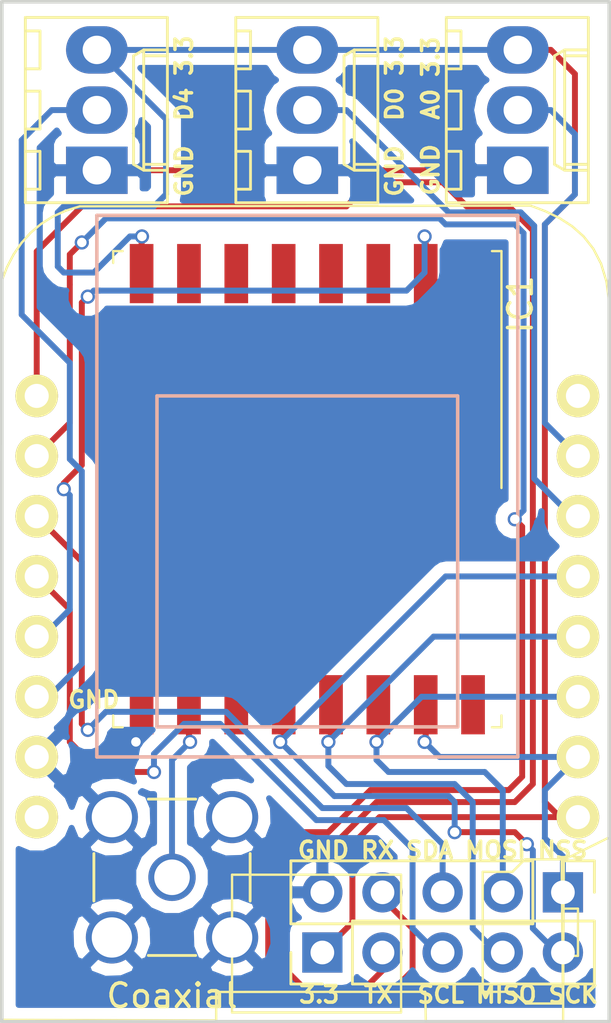
<source format=kicad_pcb>
(kicad_pcb (version 4) (host pcbnew 4.0.7)

  (general
    (links 31)
    (no_connects 0)
    (area 106.92 82.944999 135.485 129.74)
    (thickness 1.6)
    (drawings 6)
    (tracks 195)
    (zones 0)
    (modules 8)
    (nets 26)
  )

  (page A4)
  (layers
    (0 F.Cu signal)
    (31 B.Cu signal)
    (32 B.Adhes user)
    (33 F.Adhes user)
    (34 B.Paste user)
    (35 F.Paste user)
    (36 B.SilkS user)
    (37 F.SilkS user)
    (38 B.Mask user)
    (39 F.Mask user)
    (40 Dwgs.User user)
    (41 Cmts.User user)
    (42 Eco1.User user)
    (43 Eco2.User user)
    (44 Edge.Cuts user)
    (45 Margin user)
    (46 B.CrtYd user)
    (47 F.CrtYd user)
    (48 B.Fab user)
    (49 F.Fab user)
  )

  (setup
    (last_trace_width 0.25)
    (trace_clearance 0.2)
    (zone_clearance 0.508)
    (zone_45_only no)
    (trace_min 0.2)
    (segment_width 0.2)
    (edge_width 0.15)
    (via_size 0.6)
    (via_drill 0.4)
    (via_min_size 0.4)
    (via_min_drill 0.3)
    (uvia_size 0.3)
    (uvia_drill 0.1)
    (uvias_allowed no)
    (uvia_min_size 0.2)
    (uvia_min_drill 0.1)
    (pcb_text_width 0.3)
    (pcb_text_size 1.5 1.5)
    (mod_edge_width 0.15)
    (mod_text_size 1 1)
    (mod_text_width 0.15)
    (pad_size 1.524 1.524)
    (pad_drill 0.762)
    (pad_to_mask_clearance 0.2)
    (aux_axis_origin 0 0)
    (visible_elements FFFFFF7F)
    (pcbplotparams
      (layerselection 0x010f0_80000001)
      (usegerberextensions true)
      (excludeedgelayer true)
      (linewidth 0.100000)
      (plotframeref false)
      (viasonmask false)
      (mode 1)
      (useauxorigin false)
      (hpglpennumber 1)
      (hpglpenspeed 20)
      (hpglpendiameter 15)
      (hpglpenoverlay 2)
      (psnegative false)
      (psa4output false)
      (plotreference true)
      (plotvalue true)
      (plotinvisibletext false)
      (padsonsilk false)
      (subtractmaskfromsilk false)
      (outputformat 1)
      (mirror false)
      (drillshape 0)
      (scaleselection 1)
      (outputdirectory gerber/))
  )

  (net 0 "")
  (net 1 "Net-(IC1-Pad16)")
  (net 2 "Net-(IC1-Pad11)")
  (net 3 "Net-(IC1-Pad7)")
  (net 4 "Net-(IC1-Pad6)")
  (net 5 "Net-(IC1-Pad5)")
  (net 6 "Net-(IC1-Pad4)")
  (net 7 "Net-(IC1-Pad3)")
  (net 8 "Net-(IC1-Pad1)")
  (net 9 "Net-(U1-Pad1)")
  (net 10 NSS)
  (net 11 MOSI)
  (net 12 MISO)
  (net 13 SCK)
  (net 14 GND)
  (net 15 3.3V)
  (net 16 DIO0)
  (net 17 RX)
  (net 18 TX)
  (net 19 ANA)
  (net 20 SCL)
  (net 21 SDA)
  (net 22 D4)
  (net 23 D0)
  (net 24 A0)
  (net 25 RST)

  (net_class Default "This is the default net class."
    (clearance 0.2)
    (trace_width 0.25)
    (via_dia 0.6)
    (via_drill 0.4)
    (uvia_dia 0.3)
    (uvia_drill 0.1)
    (add_net 3.3V)
    (add_net A0)
    (add_net ANA)
    (add_net D0)
    (add_net D4)
    (add_net DIO0)
    (add_net GND)
    (add_net MISO)
    (add_net MOSI)
    (add_net NSS)
    (add_net "Net-(IC1-Pad1)")
    (add_net "Net-(IC1-Pad11)")
    (add_net "Net-(IC1-Pad16)")
    (add_net "Net-(IC1-Pad3)")
    (add_net "Net-(IC1-Pad4)")
    (add_net "Net-(IC1-Pad5)")
    (add_net "Net-(IC1-Pad6)")
    (add_net "Net-(IC1-Pad7)")
    (add_net "Net-(U1-Pad1)")
    (add_net RST)
    (add_net RX)
    (add_net SCK)
    (add_net SCL)
    (add_net SDA)
    (add_net TX)
  )

  (module Pin_Headers:Pin_Header_Straight_1x05_Pitch2.54mm (layer F.Cu) (tedit 5BB7615A) (tstamp 5BB68F0E)
    (at 121.92 123.19 90)
    (descr "Through hole straight pin header, 1x05, 2.54mm pitch, single row")
    (tags "Through hole pin header THT 1x05 2.54mm single row")
    (path /5BB68ECD)
    (fp_text reference J6 (at 0 -2.33 90) (layer F.SilkS) hide
      (effects (font (size 1 1) (thickness 0.15)))
    )
    (fp_text value "GND RX SDA MOSI NSS" (at 4.318 5.08 180) (layer F.SilkS)
      (effects (font (size 0.7 0.7) (thickness 0.15)))
    )
    (fp_line (start -0.635 -1.27) (end 1.27 -1.27) (layer F.Fab) (width 0.1))
    (fp_line (start 1.27 -1.27) (end 1.27 11.43) (layer F.Fab) (width 0.1))
    (fp_line (start 1.27 11.43) (end -1.27 11.43) (layer F.Fab) (width 0.1))
    (fp_line (start -1.27 11.43) (end -1.27 -0.635) (layer F.Fab) (width 0.1))
    (fp_line (start -1.27 -0.635) (end -0.635 -1.27) (layer F.Fab) (width 0.1))
    (fp_line (start -1.33 11.49) (end 1.33 11.49) (layer F.SilkS) (width 0.12))
    (fp_line (start -1.33 1.27) (end -1.33 11.49) (layer F.SilkS) (width 0.12))
    (fp_line (start 1.33 1.27) (end 1.33 11.49) (layer F.SilkS) (width 0.12))
    (fp_line (start -1.33 1.27) (end 1.33 1.27) (layer F.SilkS) (width 0.12))
    (fp_line (start -1.33 0) (end -1.33 -1.33) (layer F.SilkS) (width 0.12))
    (fp_line (start -1.33 -1.33) (end 0 -1.33) (layer F.SilkS) (width 0.12))
    (fp_line (start -1.8 -1.8) (end -1.8 11.95) (layer F.CrtYd) (width 0.05))
    (fp_line (start -1.8 11.95) (end 1.8 11.95) (layer F.CrtYd) (width 0.05))
    (fp_line (start 1.8 11.95) (end 1.8 -1.8) (layer F.CrtYd) (width 0.05))
    (fp_line (start 1.8 -1.8) (end -1.8 -1.8) (layer F.CrtYd) (width 0.05))
    (fp_text user %R (at 0 5.08 180) (layer F.Fab)
      (effects (font (size 1 1) (thickness 0.15)))
    )
    (pad 1 thru_hole rect (at 0 0 90) (size 1.7 1.7) (drill 1) (layers *.Cu *.Mask)
      (net 15 3.3V))
    (pad 2 thru_hole oval (at 0 2.54 90) (size 1.7 1.7) (drill 1) (layers *.Cu *.Mask)
      (net 18 TX))
    (pad 3 thru_hole oval (at 0 5.08 90) (size 1.7 1.7) (drill 1) (layers *.Cu *.Mask)
      (net 20 SCL))
    (pad 4 thru_hole oval (at 0 7.62 90) (size 1.7 1.7) (drill 1) (layers *.Cu *.Mask)
      (net 12 MISO))
    (pad 5 thru_hole oval (at 0 10.16 90) (size 1.7 1.7) (drill 1) (layers *.Cu *.Mask)
      (net 13 SCK))
    (model ${KISYS3DMOD}/Pin_Headers.3dshapes/Pin_Header_Straight_1x05_Pitch2.54mm.wrl
      (at (xyz 0 0 0))
      (scale (xyz 1 1 1))
      (rotate (xyz 0 0 0))
    )
  )

  (module wemos_d1_mini:D1_mini_board (layer F.Cu) (tedit 5BB75DF4) (tstamp 5B42398C)
    (at 121.285 109.855)
    (path /5B41CB77)
    (fp_text reference U1 (at 1.27 18.81) (layer F.SilkS) hide
      (effects (font (size 1 1) (thickness 0.15)))
    )
    (fp_text value WeMos_mini (at 1.27 -19.05) (layer F.Fab) hide
      (effects (font (size 1 1) (thickness 0.15)))
    )
    (fp_line (start -6.35 3.81) (end -6.35 -10.16) (layer B.SilkS) (width 0.15))
    (fp_line (start -6.35 -10.16) (end 6.35 -10.16) (layer B.SilkS) (width 0.15))
    (fp_line (start 6.35 -10.16) (end 6.35 3.81) (layer B.SilkS) (width 0.15))
    (fp_line (start 6.35 3.81) (end -6.35 3.81) (layer B.SilkS) (width 0.15))
    (fp_line (start -8.89 5.08) (end 8.89 5.08) (layer B.SilkS) (width 0.15))
    (fp_line (start 8.89 5.08) (end 8.89 -17.78) (layer B.SilkS) (width 0.15))
    (fp_line (start 8.89 -17.78) (end -8.89 -17.78) (layer B.SilkS) (width 0.15))
    (fp_line (start -8.89 -17.78) (end -8.89 5.08) (layer B.SilkS) (width 0.15))
    (fp_line (start 10.817472 16.277228) (end 5.00618 16.277228) (layer F.SilkS) (width 0.1))
    (fp_line (start 5.00618 16.277228) (end 4.979849 14.993795) (layer F.SilkS) (width 0.1))
    (fp_line (start 4.979849 14.993795) (end -3.851373 15.000483) (layer F.SilkS) (width 0.1))
    (fp_line (start -3.851373 15.000483) (end -3.849397 16.202736) (layer F.SilkS) (width 0.1))
    (fp_line (start -3.849397 16.202736) (end -12.930193 16.176658) (layer F.SilkS) (width 0.1))
    (fp_line (start -12.930193 16.176658) (end -12.916195 -14.993493) (layer F.SilkS) (width 0.1))
    (fp_line (start -12.916195 -14.993493) (end -12.683384 -15.596286) (layer F.SilkS) (width 0.1))
    (fp_line (start -12.683384 -15.596286) (end -12.399901 -16.141167) (layer F.SilkS) (width 0.1))
    (fp_line (start -12.399901 -16.141167) (end -12.065253 -16.627577) (layer F.SilkS) (width 0.1))
    (fp_line (start -12.065253 -16.627577) (end -11.678953 -17.054952) (layer F.SilkS) (width 0.1))
    (fp_line (start -11.678953 -17.054952) (end -11.240512 -17.422741) (layer F.SilkS) (width 0.1))
    (fp_line (start -11.240512 -17.422741) (end -10.74944 -17.730377) (layer F.SilkS) (width 0.1))
    (fp_line (start -10.74944 -17.730377) (end -10.20525 -17.97731) (layer F.SilkS) (width 0.1))
    (fp_line (start -10.20525 -17.97731) (end -9.607453 -18.162976) (layer F.SilkS) (width 0.1))
    (fp_line (start -9.607453 -18.162976) (end 9.43046 -18.191734) (layer F.SilkS) (width 0.1))
    (fp_line (start 9.43046 -18.191734) (end 10.049824 -17.957741) (layer F.SilkS) (width 0.1))
    (fp_line (start 10.049824 -17.957741) (end 10.638018 -17.673258) (layer F.SilkS) (width 0.1))
    (fp_line (start 10.638018 -17.673258) (end 11.181445 -17.323743) (layer F.SilkS) (width 0.1))
    (fp_line (start 11.181445 -17.323743) (end 11.666503 -16.894658) (layer F.SilkS) (width 0.1))
    (fp_line (start 11.666503 -16.894658) (end 12.079595 -16.37146) (layer F.SilkS) (width 0.1))
    (fp_line (start 12.079595 -16.37146) (end 12.407122 -15.739613) (layer F.SilkS) (width 0.1))
    (fp_line (start 12.407122 -15.739613) (end 12.635482 -14.984575) (layer F.SilkS) (width 0.1))
    (fp_line (start 12.635482 -14.984575) (end 12.751078 -14.091807) (layer F.SilkS) (width 0.1))
    (fp_line (start 12.751078 -14.091807) (end 12.776026 8.463285) (layer F.SilkS) (width 0.1))
    (fp_line (start 12.776026 8.463285) (end 10.83248 9.424181) (layer F.SilkS) (width 0.1))
    (fp_line (start 10.83248 9.424181) (end 10.802686 16.232524) (layer F.SilkS) (width 0.1))
    (fp_line (start -3.17965 10.051451) (end 3.959931 10.051451) (layer F.SilkS) (width 0.1))
    (fp_line (start 3.959931 10.051451) (end 3.959931 15.865188) (layer F.SilkS) (width 0.1))
    (fp_line (start 3.959931 15.865188) (end -3.17965 15.865188) (layer F.SilkS) (width 0.1))
    (fp_line (start -3.17965 15.865188) (end -3.17965 10.051451) (layer F.SilkS) (width 0.1))
    (fp_line (start 10.7436 9.402349) (end 9.191378 9.402349) (layer F.SilkS) (width 0.1))
    (fp_line (start 9.191378 9.402349) (end 8.662211 9.931515) (layer F.SilkS) (width 0.1))
    (fp_line (start 8.662211 9.931515) (end 7.40985 9.931515) (layer F.SilkS) (width 0.1))
    (fp_line (start 7.40985 9.931515) (end 7.40985 14.993876) (layer F.SilkS) (width 0.1))
    (fp_line (start 7.40985 14.993876) (end 8.697489 14.993876) (layer F.SilkS) (width 0.1))
    (fp_line (start 8.697489 14.993876) (end 9.226656 15.487765) (layer F.SilkS) (width 0.1))
    (fp_line (start 9.226656 15.487765) (end 10.796517 15.487765) (layer F.SilkS) (width 0.1))
    (fp_line (start 10.796517 15.487765) (end 10.7436 9.402349) (layer F.SilkS) (width 0.1))
    (fp_line (start 10.778878 11.483738) (end 11.431517 11.483738) (layer F.SilkS) (width 0.1))
    (fp_line (start 11.431517 11.483738) (end 11.431517 13.476932) (layer F.SilkS) (width 0.1))
    (fp_line (start 11.431517 13.476932) (end 10.814156 13.476932) (layer F.SilkS) (width 0.1))
    (pad 8 thru_hole circle (at -11.43 -10.16) (size 1.8 1.8) (drill 1.016) (layers *.Cu *.Mask F.SilkS)
      (net 18 TX))
    (pad 7 thru_hole circle (at -11.43 -7.62) (size 1.8 1.8) (drill 1.016) (layers *.Cu *.Mask F.SilkS)
      (net 17 RX))
    (pad 6 thru_hole circle (at -11.43 -5.08) (size 1.8 1.8) (drill 1.016) (layers *.Cu *.Mask F.SilkS)
      (net 21 SDA))
    (pad 5 thru_hole circle (at -11.43 -2.54) (size 1.8 1.8) (drill 1.016) (layers *.Cu *.Mask F.SilkS)
      (net 20 SCL))
    (pad 4 thru_hole circle (at -11.43 0) (size 1.8 1.8) (drill 1.016) (layers *.Cu *.Mask F.SilkS)
      (net 16 DIO0))
    (pad 3 thru_hole circle (at -11.43 2.54) (size 1.8 1.8) (drill 1.016) (layers *.Cu *.Mask F.SilkS)
      (net 22 D4))
    (pad 2 thru_hole circle (at -11.43 5.08) (size 1.8 1.8) (drill 1.016) (layers *.Cu *.Mask F.SilkS)
      (net 14 GND))
    (pad 1 thru_hole circle (at -11.43 7.62) (size 1.8 1.8) (drill 1.016) (layers *.Cu *.Mask F.SilkS)
      (net 9 "Net-(U1-Pad1)"))
    (pad 16 thru_hole circle (at 11.43 7.62) (size 1.8 1.8) (drill 1.016) (layers *.Cu *.Mask F.SilkS)
      (net 15 3.3V))
    (pad 15 thru_hole circle (at 11.43 5.08) (size 1.8 1.8) (drill 1.016) (layers *.Cu *.Mask F.SilkS)
      (net 10 NSS))
    (pad 14 thru_hole circle (at 11.43 2.54) (size 1.8 1.8) (drill 1.016) (layers *.Cu *.Mask F.SilkS)
      (net 11 MOSI))
    (pad 13 thru_hole circle (at 11.43 0) (size 1.8 1.8) (drill 1.016) (layers *.Cu *.Mask F.SilkS)
      (net 12 MISO))
    (pad 12 thru_hole circle (at 11.43 -2.54) (size 1.8 1.8) (drill 1.016) (layers *.Cu *.Mask F.SilkS)
      (net 13 SCK))
    (pad 11 thru_hole circle (at 11.43 -5.08) (size 1.8 1.8) (drill 1.016) (layers *.Cu *.Mask F.SilkS)
      (net 23 D0))
    (pad 10 thru_hole circle (at 11.43 -7.62) (size 1.8 1.8) (drill 1.016) (layers *.Cu *.Mask F.SilkS)
      (net 24 A0))
    (pad 9 thru_hole circle (at 11.43 -10.16) (size 1.8 1.8) (drill 1.016) (layers *.Cu *.Mask F.SilkS)
      (net 25 RST))
  )

  (module Connectors_Molex:Molex_KK-6410-03_03x2.54mm_Straight (layer F.Cu) (tedit 5BB76142) (tstamp 5BB6558D)
    (at 112.395 90.17 90)
    (descr "Connector Headers with Friction Lock, 22-27-2031, http://www.molex.com/pdm_docs/sd/022272021_sd.pdf")
    (tags "connector molex kk_6410 22-27-2031")
    (path /5BB6492D)
    (fp_text reference J3 (at 1 -4.5 90) (layer F.SilkS) hide
      (effects (font (size 1 1) (thickness 0.15)))
    )
    (fp_text value "GND  D4 3.3" (at 2.286 3.683 90) (layer F.SilkS)
      (effects (font (size 0.7 0.7) (thickness 0.15)))
    )
    (fp_line (start -1.47 -3.12) (end -1.47 3.08) (layer F.Fab) (width 0.12))
    (fp_line (start -1.47 3.08) (end 6.55 3.08) (layer F.Fab) (width 0.12))
    (fp_line (start 6.55 3.08) (end 6.55 -3.12) (layer F.Fab) (width 0.12))
    (fp_line (start 6.55 -3.12) (end -1.47 -3.12) (layer F.Fab) (width 0.12))
    (fp_line (start -1.37 -3.02) (end -1.37 2.98) (layer F.SilkS) (width 0.12))
    (fp_line (start -1.37 2.98) (end 6.45 2.98) (layer F.SilkS) (width 0.12))
    (fp_line (start 6.45 2.98) (end 6.45 -3.02) (layer F.SilkS) (width 0.12))
    (fp_line (start 6.45 -3.02) (end -1.37 -3.02) (layer F.SilkS) (width 0.12))
    (fp_line (start 0 2.98) (end 0 1.98) (layer F.SilkS) (width 0.12))
    (fp_line (start 0 1.98) (end 5.08 1.98) (layer F.SilkS) (width 0.12))
    (fp_line (start 5.08 1.98) (end 5.08 2.98) (layer F.SilkS) (width 0.12))
    (fp_line (start 0 1.98) (end 0.25 1.55) (layer F.SilkS) (width 0.12))
    (fp_line (start 0.25 1.55) (end 4.83 1.55) (layer F.SilkS) (width 0.12))
    (fp_line (start 4.83 1.55) (end 5.08 1.98) (layer F.SilkS) (width 0.12))
    (fp_line (start 0.25 2.98) (end 0.25 1.98) (layer F.SilkS) (width 0.12))
    (fp_line (start 4.83 2.98) (end 4.83 1.98) (layer F.SilkS) (width 0.12))
    (fp_line (start -0.8 -3.02) (end -0.8 -2.4) (layer F.SilkS) (width 0.12))
    (fp_line (start -0.8 -2.4) (end 0.8 -2.4) (layer F.SilkS) (width 0.12))
    (fp_line (start 0.8 -2.4) (end 0.8 -3.02) (layer F.SilkS) (width 0.12))
    (fp_line (start 1.74 -3.02) (end 1.74 -2.4) (layer F.SilkS) (width 0.12))
    (fp_line (start 1.74 -2.4) (end 3.34 -2.4) (layer F.SilkS) (width 0.12))
    (fp_line (start 3.34 -2.4) (end 3.34 -3.02) (layer F.SilkS) (width 0.12))
    (fp_line (start 4.28 -3.02) (end 4.28 -2.4) (layer F.SilkS) (width 0.12))
    (fp_line (start 4.28 -2.4) (end 5.88 -2.4) (layer F.SilkS) (width 0.12))
    (fp_line (start 5.88 -2.4) (end 5.88 -3.02) (layer F.SilkS) (width 0.12))
    (fp_line (start -1.9 3.5) (end -1.9 -3.55) (layer F.CrtYd) (width 0.05))
    (fp_line (start -1.9 -3.55) (end 7 -3.55) (layer F.CrtYd) (width 0.05))
    (fp_line (start 7 -3.55) (end 7 3.5) (layer F.CrtYd) (width 0.05))
    (fp_line (start 7 3.5) (end -1.9 3.5) (layer F.CrtYd) (width 0.05))
    (fp_text user %R (at 5.588 2.413 90) (layer F.Fab)
      (effects (font (size 1 1) (thickness 0.15)))
    )
    (pad 1 thru_hole rect (at 0 0 90) (size 2 2.6) (drill 1.2) (layers *.Cu *.Mask)
      (net 14 GND))
    (pad 2 thru_hole oval (at 2.54 0 90) (size 2 2.6) (drill 1.2) (layers *.Cu *.Mask)
      (net 22 D4))
    (pad 3 thru_hole oval (at 5.08 0 90) (size 2 2.6) (drill 1.2) (layers *.Cu *.Mask)
      (net 15 3.3V))
    (model ${KISYS3DMOD}/Connectors_Molex.3dshapes/Molex_KK-6410-03_03x2.54mm_Straight.wrl
      (at (xyz 0 0 0))
      (scale (xyz 1 1 1))
      (rotate (xyz 0 0 0))
    )
  )

  (module RF_Modules:HOPERF-RFM69HW (layer F.Cu) (tedit 59E38F07) (tstamp 5B42394C)
    (at 121.285 103.632 270)
    (descr "Radio, RF, Module, http://www.hoperf.com/upload/rf/RFM69HW-V1.3.pdf")
    (tags "Radio RF Module")
    (path /5B42321C)
    (attr smd)
    (fp_text reference IC1 (at -7.8 -9 270) (layer F.SilkS)
      (effects (font (size 1 1) (thickness 0.15)))
    )
    (fp_text value RFM69 (at 0 2.5 270) (layer F.Fab)
      (effects (font (size 1 1) (thickness 0.15)))
    )
    (fp_line (start -10.6 -8.25) (end 10.6 -8.25) (layer F.CrtYd) (width 0.05))
    (fp_line (start 10.6 -8.25) (end 10.6 8.25) (layer F.CrtYd) (width 0.05))
    (fp_line (start 10.6 8.25) (end -10.6 8.25) (layer F.CrtYd) (width 0.05))
    (fp_line (start -10.6 8.25) (end -10.6 -8.25) (layer F.CrtYd) (width 0.05))
    (fp_circle (center -7 -7) (end -7.5 -7) (layer F.Fab) (width 0.1))
    (fp_line (start -10.05 -8.2) (end -0.05 -8.2) (layer F.SilkS) (width 0.1))
    (fp_text user %R (at 0 0 270) (layer F.Fab)
      (effects (font (size 1 1) (thickness 0.15)))
    )
    (fp_line (start -10.05 8.2) (end -9.55 8.2) (layer F.SilkS) (width 0.1))
    (fp_line (start -10.05 7.8) (end -10.05 8.2) (layer F.SilkS) (width 0.1))
    (fp_line (start 9.55 8.2) (end 10.05 8.2) (layer F.SilkS) (width 0.1))
    (fp_line (start 10.05 7.8) (end 10.05 8.2) (layer F.SilkS) (width 0.1))
    (fp_line (start 9.55 -8.2) (end 10.05 -8.2) (layer F.SilkS) (width 0.1))
    (fp_line (start 10.05 -8.2) (end 10.05 -7.8) (layer F.SilkS) (width 0.1))
    (fp_line (start -10.05 -8.2) (end -10.05 -7.8) (layer F.SilkS) (width 0.1))
    (fp_line (start -9.85 -8) (end 9.85 -8) (layer F.Fab) (width 0.1))
    (fp_line (start 9.85 -8) (end 9.85 8) (layer F.Fab) (width 0.1))
    (fp_line (start 9.85 8) (end -9.85 8) (layer F.Fab) (width 0.1))
    (fp_line (start -9.85 8) (end -9.85 -8) (layer F.Fab) (width 0.1))
    (pad 16 smd rect (at 9.1 -7 270) (size 2.5 1) (layers F.Cu F.Paste F.Mask)
      (net 1 "Net-(IC1-Pad16)"))
    (pad 15 smd rect (at 9.1 -5 270) (size 2.5 1) (layers F.Cu F.Paste F.Mask)
      (net 10 NSS))
    (pad 14 smd rect (at 9.1 -3 270) (size 2.5 1) (layers F.Cu F.Paste F.Mask)
      (net 11 MOSI))
    (pad 13 smd rect (at 9.1 -1 270) (size 2.5 1) (layers F.Cu F.Paste F.Mask)
      (net 12 MISO))
    (pad 12 smd rect (at 9.1 1 270) (size 2.5 1) (layers F.Cu F.Paste F.Mask)
      (net 13 SCK))
    (pad 11 smd rect (at 9.1 3 270) (size 2.5 1) (layers F.Cu F.Paste F.Mask)
      (net 2 "Net-(IC1-Pad11)"))
    (pad 10 smd rect (at 9.1 5 270) (size 2.5 1) (layers F.Cu F.Paste F.Mask)
      (net 19 ANA))
    (pad 9 smd rect (at 9.1 7 270) (size 2.5 1) (layers F.Cu F.Paste F.Mask)
      (net 14 GND))
    (pad 8 smd rect (at -9.1 7 270) (size 2.5 1) (layers F.Cu F.Paste F.Mask)
      (net 15 3.3V))
    (pad 7 smd rect (at -9.1 5 270) (size 2.5 1) (layers F.Cu F.Paste F.Mask)
      (net 3 "Net-(IC1-Pad7)"))
    (pad 6 smd rect (at -9.1 3 270) (size 2.5 1) (layers F.Cu F.Paste F.Mask)
      (net 4 "Net-(IC1-Pad6)"))
    (pad 5 smd rect (at -9.1 1 270) (size 2.5 1) (layers F.Cu F.Paste F.Mask)
      (net 5 "Net-(IC1-Pad5)"))
    (pad 4 smd rect (at -9.1 -1 270) (size 2.5 1) (layers F.Cu F.Paste F.Mask)
      (net 6 "Net-(IC1-Pad4)"))
    (pad 3 smd rect (at -9.1 -3 270) (size 2.5 1) (layers F.Cu F.Paste F.Mask)
      (net 7 "Net-(IC1-Pad3)"))
    (pad 2 smd rect (at -9.1 -5 270) (size 2.5 1) (layers F.Cu F.Paste F.Mask)
      (net 16 DIO0))
    (pad 1 smd rect (at -9.1 -7 270) (size 2.5 1) (layers F.Cu F.Paste F.Mask)
      (net 8 "Net-(IC1-Pad1)"))
    (model ${KISYS3DMOD}/RF_Modules.3dshapes/HOPERF-RFM69HW.wrl
      (at (xyz 0 0 0))
      (scale (xyz 1 1 1))
      (rotate (xyz 0 0 0))
    )
  )

  (module Connectors:SMA_THT_Jack_Straight (layer F.Cu) (tedit 5BB762F3) (tstamp 5BB5132F)
    (at 115.57 120.015)
    (descr "SMA pcb through hole jack")
    (tags "SMA THT Jack Straight")
    (path /5BB51258)
    (fp_text reference J1 (at 0 -5) (layer F.SilkS) hide
      (effects (font (size 1 1) (thickness 0.15)))
    )
    (fp_text value Coaxial (at 0 5) (layer F.SilkS)
      (effects (font (size 1 1) (thickness 0.15)))
    )
    (fp_line (start 2.03 -3.05) (end 3.05 -3.05) (layer F.Fab) (width 0.1))
    (fp_line (start -1 -3.3) (end 1 -3.3) (layer F.SilkS) (width 0.12))
    (fp_line (start -1 3.3) (end 1 3.3) (layer F.SilkS) (width 0.12))
    (fp_text user GND (at -3.302 -7.493) (layer F.SilkS)
      (effects (font (size 0.7 0.7) (thickness 0.15)))
    )
    (fp_line (start 3.3 -1) (end 3.3 1) (layer F.SilkS) (width 0.12))
    (fp_line (start -3.3 -1) (end -3.3 1) (layer F.SilkS) (width 0.12))
    (fp_line (start 3.17 -3.17) (end 3.17 3.17) (layer F.Fab) (width 0.1))
    (fp_line (start -3.17 3.17) (end 3.17 3.17) (layer F.Fab) (width 0.1))
    (fp_line (start -3.17 -3.17) (end -3.17 3.17) (layer F.Fab) (width 0.1))
    (fp_line (start -3.17 -3.17) (end 3.17 -3.17) (layer F.Fab) (width 0.1))
    (fp_line (start -2.03 -3.05) (end -2.03 -2.03) (layer F.Fab) (width 0.1))
    (fp_line (start -3.05 -2.03) (end -2.03 -2.03) (layer F.Fab) (width 0.1))
    (fp_line (start -2.03 2.03) (end -2.03 3.05) (layer F.Fab) (width 0.1))
    (fp_line (start -3.05 2.03) (end -2.03 2.03) (layer F.Fab) (width 0.1))
    (fp_line (start 2.03 -3.05) (end 2.03 -2.03) (layer F.Fab) (width 0.1))
    (fp_line (start 2.03 -2.03) (end 3.05 -2.03) (layer F.Fab) (width 0.1))
    (fp_line (start 3.05 2.03) (end 2.03 2.03) (layer F.Fab) (width 0.1))
    (fp_line (start 2.03 2.03) (end 2.03 3.05) (layer F.Fab) (width 0.1))
    (fp_line (start -4.14 -4.14) (end 4.14 -4.14) (layer F.CrtYd) (width 0.05))
    (fp_line (start -4.14 -4.14) (end -4.14 4.14) (layer F.CrtYd) (width 0.05))
    (fp_line (start 4.14 4.14) (end 4.14 -4.14) (layer F.CrtYd) (width 0.05))
    (fp_line (start 4.14 4.14) (end -4.14 4.14) (layer F.CrtYd) (width 0.05))
    (fp_circle (center 0 0) (end 2.04 0) (layer F.Fab) (width 0.1))
    (fp_circle (center 0 0) (end 0.635 0) (layer F.Fab) (width 0.1))
    (fp_line (start 3.05 -3.05) (end 3.05 -2.03) (layer F.Fab) (width 0.1))
    (fp_line (start -3.05 -3.05) (end -3.05 -2.03) (layer F.Fab) (width 0.1))
    (fp_line (start -3.05 -3.05) (end -2.03 -3.05) (layer F.Fab) (width 0.1))
    (fp_line (start -3.05 3.05) (end -2.03 3.05) (layer F.Fab) (width 0.1))
    (fp_line (start -3.05 3.05) (end -3.05 2.03) (layer F.Fab) (width 0.1))
    (fp_line (start 3.05 2.03) (end 3.05 3.05) (layer F.Fab) (width 0.1))
    (fp_line (start 2.03 3.05) (end 3.05 3.05) (layer F.Fab) (width 0.1))
    (pad 2 thru_hole circle (at -2.54 2.54) (size 2.2 2.2) (drill 1.7) (layers *.Cu *.Mask)
      (net 14 GND))
    (pad 2 thru_hole circle (at -2.54 -2.54) (size 2.2 2.2) (drill 1.7) (layers *.Cu *.Mask)
      (net 14 GND))
    (pad 2 thru_hole circle (at 2.54 -2.54) (size 2.2 2.2) (drill 1.7) (layers *.Cu *.Mask)
      (net 14 GND))
    (pad 2 thru_hole circle (at 2.54 2.54) (size 2.2 2.2) (drill 1.7) (layers *.Cu *.Mask)
      (net 14 GND))
    (pad 1 thru_hole circle (at 0 0) (size 2 2) (drill 1.5) (layers *.Cu *.Mask)
      (net 19 ANA))
  )

  (module Connectors_Molex:Molex_KK-6410-03_03x2.54mm_Straight (layer F.Cu) (tedit 5BB76111) (tstamp 5BB65594)
    (at 121.285 90.17 90)
    (descr "Connector Headers with Friction Lock, 22-27-2031, http://www.molex.com/pdm_docs/sd/022272021_sd.pdf")
    (tags "connector molex kk_6410 22-27-2031")
    (path /5BB64A62)
    (fp_text reference J4 (at 1 -4.5 90) (layer F.SilkS) hide
      (effects (font (size 1 1) (thickness 0.15)))
    )
    (fp_text value "GND  D0 3.3" (at 2.286 3.683 90) (layer F.SilkS)
      (effects (font (size 0.7 0.7) (thickness 0.15)))
    )
    (fp_line (start -1.47 -3.12) (end -1.47 3.08) (layer F.Fab) (width 0.12))
    (fp_line (start -1.47 3.08) (end 6.55 3.08) (layer F.Fab) (width 0.12))
    (fp_line (start 6.55 3.08) (end 6.55 -3.12) (layer F.Fab) (width 0.12))
    (fp_line (start 6.55 -3.12) (end -1.47 -3.12) (layer F.Fab) (width 0.12))
    (fp_line (start -1.37 -3.02) (end -1.37 2.98) (layer F.SilkS) (width 0.12))
    (fp_line (start -1.37 2.98) (end 6.45 2.98) (layer F.SilkS) (width 0.12))
    (fp_line (start 6.45 2.98) (end 6.45 -3.02) (layer F.SilkS) (width 0.12))
    (fp_line (start 6.45 -3.02) (end -1.37 -3.02) (layer F.SilkS) (width 0.12))
    (fp_line (start 0 2.98) (end 0 1.98) (layer F.SilkS) (width 0.12))
    (fp_line (start 0 1.98) (end 5.08 1.98) (layer F.SilkS) (width 0.12))
    (fp_line (start 5.08 1.98) (end 5.08 2.98) (layer F.SilkS) (width 0.12))
    (fp_line (start 0 1.98) (end 0.25 1.55) (layer F.SilkS) (width 0.12))
    (fp_line (start 0.25 1.55) (end 4.83 1.55) (layer F.SilkS) (width 0.12))
    (fp_line (start 4.83 1.55) (end 5.08 1.98) (layer F.SilkS) (width 0.12))
    (fp_line (start 0.25 2.98) (end 0.25 1.98) (layer F.SilkS) (width 0.12))
    (fp_line (start 4.83 2.98) (end 4.83 1.98) (layer F.SilkS) (width 0.12))
    (fp_line (start -0.8 -3.02) (end -0.8 -2.4) (layer F.SilkS) (width 0.12))
    (fp_line (start -0.8 -2.4) (end 0.8 -2.4) (layer F.SilkS) (width 0.12))
    (fp_line (start 0.8 -2.4) (end 0.8 -3.02) (layer F.SilkS) (width 0.12))
    (fp_line (start 1.74 -3.02) (end 1.74 -2.4) (layer F.SilkS) (width 0.12))
    (fp_line (start 1.74 -2.4) (end 3.34 -2.4) (layer F.SilkS) (width 0.12))
    (fp_line (start 3.34 -2.4) (end 3.34 -3.02) (layer F.SilkS) (width 0.12))
    (fp_line (start 4.28 -3.02) (end 4.28 -2.4) (layer F.SilkS) (width 0.12))
    (fp_line (start 4.28 -2.4) (end 5.88 -2.4) (layer F.SilkS) (width 0.12))
    (fp_line (start 5.88 -2.4) (end 5.88 -3.02) (layer F.SilkS) (width 0.12))
    (fp_line (start -1.9 3.5) (end -1.9 -3.55) (layer F.CrtYd) (width 0.05))
    (fp_line (start -1.9 -3.55) (end 7 -3.55) (layer F.CrtYd) (width 0.05))
    (fp_line (start 7 -3.55) (end 7 3.5) (layer F.CrtYd) (width 0.05))
    (fp_line (start 7 3.5) (end -1.9 3.5) (layer F.CrtYd) (width 0.05))
    (fp_text user %R (at 5.588 2.413 90) (layer F.Fab)
      (effects (font (size 1 1) (thickness 0.15)))
    )
    (pad 1 thru_hole rect (at 0 0 90) (size 2 2.6) (drill 1.2) (layers *.Cu *.Mask)
      (net 14 GND))
    (pad 2 thru_hole oval (at 2.54 0 90) (size 2 2.6) (drill 1.2) (layers *.Cu *.Mask)
      (net 23 D0))
    (pad 3 thru_hole oval (at 5.08 0 90) (size 2 2.6) (drill 1.2) (layers *.Cu *.Mask)
      (net 15 3.3V))
    (model ${KISYS3DMOD}/Connectors_Molex.3dshapes/Molex_KK-6410-03_03x2.54mm_Straight.wrl
      (at (xyz 0 0 0))
      (scale (xyz 1 1 1))
      (rotate (xyz 0 0 0))
    )
  )

  (module Connectors_Molex:Molex_KK-6410-03_03x2.54mm_Straight (layer F.Cu) (tedit 5BB7612A) (tstamp 5BB6559B)
    (at 130.175 90.17 90)
    (descr "Connector Headers with Friction Lock, 22-27-2031, http://www.molex.com/pdm_docs/sd/022272021_sd.pdf")
    (tags "connector molex kk_6410 22-27-2031")
    (path /5BB64A8D)
    (fp_text reference J5 (at 1 -4.5 90) (layer F.SilkS) hide
      (effects (font (size 1 1) (thickness 0.15)))
    )
    (fp_text value "GND  A0 3.3" (at 2.286 -3.683 90) (layer F.SilkS)
      (effects (font (size 0.7 0.7) (thickness 0.15)))
    )
    (fp_line (start -1.47 -3.12) (end -1.47 3.08) (layer F.Fab) (width 0.12))
    (fp_line (start -1.47 3.08) (end 6.55 3.08) (layer F.Fab) (width 0.12))
    (fp_line (start 6.55 3.08) (end 6.55 -3.12) (layer F.Fab) (width 0.12))
    (fp_line (start 6.55 -3.12) (end -1.47 -3.12) (layer F.Fab) (width 0.12))
    (fp_line (start -1.37 -3.02) (end -1.37 2.98) (layer F.SilkS) (width 0.12))
    (fp_line (start -1.37 2.98) (end 6.45 2.98) (layer F.SilkS) (width 0.12))
    (fp_line (start 6.45 2.98) (end 6.45 -3.02) (layer F.SilkS) (width 0.12))
    (fp_line (start 6.45 -3.02) (end -1.37 -3.02) (layer F.SilkS) (width 0.12))
    (fp_line (start 0 2.98) (end 0 1.98) (layer F.SilkS) (width 0.12))
    (fp_line (start 0 1.98) (end 5.08 1.98) (layer F.SilkS) (width 0.12))
    (fp_line (start 5.08 1.98) (end 5.08 2.98) (layer F.SilkS) (width 0.12))
    (fp_line (start 0 1.98) (end 0.25 1.55) (layer F.SilkS) (width 0.12))
    (fp_line (start 0.25 1.55) (end 4.83 1.55) (layer F.SilkS) (width 0.12))
    (fp_line (start 4.83 1.55) (end 5.08 1.98) (layer F.SilkS) (width 0.12))
    (fp_line (start 0.25 2.98) (end 0.25 1.98) (layer F.SilkS) (width 0.12))
    (fp_line (start 4.83 2.98) (end 4.83 1.98) (layer F.SilkS) (width 0.12))
    (fp_line (start -0.8 -3.02) (end -0.8 -2.4) (layer F.SilkS) (width 0.12))
    (fp_line (start -0.8 -2.4) (end 0.8 -2.4) (layer F.SilkS) (width 0.12))
    (fp_line (start 0.8 -2.4) (end 0.8 -3.02) (layer F.SilkS) (width 0.12))
    (fp_line (start 1.74 -3.02) (end 1.74 -2.4) (layer F.SilkS) (width 0.12))
    (fp_line (start 1.74 -2.4) (end 3.34 -2.4) (layer F.SilkS) (width 0.12))
    (fp_line (start 3.34 -2.4) (end 3.34 -3.02) (layer F.SilkS) (width 0.12))
    (fp_line (start 4.28 -3.02) (end 4.28 -2.4) (layer F.SilkS) (width 0.12))
    (fp_line (start 4.28 -2.4) (end 5.88 -2.4) (layer F.SilkS) (width 0.12))
    (fp_line (start 5.88 -2.4) (end 5.88 -3.02) (layer F.SilkS) (width 0.12))
    (fp_line (start -1.9 3.5) (end -1.9 -3.55) (layer F.CrtYd) (width 0.05))
    (fp_line (start -1.9 -3.55) (end 7 -3.55) (layer F.CrtYd) (width 0.05))
    (fp_line (start 7 -3.55) (end 7 3.5) (layer F.CrtYd) (width 0.05))
    (fp_line (start 7 3.5) (end -1.9 3.5) (layer F.CrtYd) (width 0.05))
    (fp_text user %R (at 5.588 2.413 90) (layer F.Fab)
      (effects (font (size 1 1) (thickness 0.15)))
    )
    (pad 1 thru_hole rect (at 0 0 90) (size 2 2.6) (drill 1.2) (layers *.Cu *.Mask)
      (net 14 GND))
    (pad 2 thru_hole oval (at 2.54 0 90) (size 2 2.6) (drill 1.2) (layers *.Cu *.Mask)
      (net 24 A0))
    (pad 3 thru_hole oval (at 5.08 0 90) (size 2 2.6) (drill 1.2) (layers *.Cu *.Mask)
      (net 15 3.3V))
    (model ${KISYS3DMOD}/Connectors_Molex.3dshapes/Molex_KK-6410-03_03x2.54mm_Straight.wrl
      (at (xyz 0 0 0))
      (scale (xyz 1 1 1))
      (rotate (xyz 0 0 0))
    )
  )

  (module Pin_Headers:Pin_Header_Straight_1x05_Pitch2.54mm (layer F.Cu) (tedit 5BB761DA) (tstamp 5BB68F05)
    (at 132.08 120.65 270)
    (descr "Through hole straight pin header, 1x05, 2.54mm pitch, single row")
    (tags "Through hole pin header THT 1x05 2.54mm single row")
    (path /5BB68E3C)
    (fp_text reference J2 (at 0 -2.33 270) (layer F.SilkS) hide
      (effects (font (size 1 1) (thickness 0.15)))
    )
    (fp_text value "3.3  TX  SCL MISO SCK" (at 4.318 4.826 360) (layer F.SilkS)
      (effects (font (size 0.7 0.7) (thickness 0.15)))
    )
    (fp_line (start -0.635 -1.27) (end 1.27 -1.27) (layer F.Fab) (width 0.1))
    (fp_line (start 1.27 -1.27) (end 1.27 11.43) (layer F.Fab) (width 0.1))
    (fp_line (start 1.27 11.43) (end -1.27 11.43) (layer F.Fab) (width 0.1))
    (fp_line (start -1.27 11.43) (end -1.27 -0.635) (layer F.Fab) (width 0.1))
    (fp_line (start -1.27 -0.635) (end -0.635 -1.27) (layer F.Fab) (width 0.1))
    (fp_line (start -1.33 11.49) (end 1.33 11.49) (layer F.SilkS) (width 0.12))
    (fp_line (start -1.33 1.27) (end -1.33 11.49) (layer F.SilkS) (width 0.12))
    (fp_line (start 1.33 1.27) (end 1.33 11.49) (layer F.SilkS) (width 0.12))
    (fp_line (start -1.33 1.27) (end 1.33 1.27) (layer F.SilkS) (width 0.12))
    (fp_line (start -1.33 0) (end -1.33 -1.33) (layer F.SilkS) (width 0.12))
    (fp_line (start -1.33 -1.33) (end 0 -1.33) (layer F.SilkS) (width 0.12))
    (fp_line (start -1.8 -1.8) (end -1.8 11.95) (layer F.CrtYd) (width 0.05))
    (fp_line (start -1.8 11.95) (end 1.8 11.95) (layer F.CrtYd) (width 0.05))
    (fp_line (start 1.8 11.95) (end 1.8 -1.8) (layer F.CrtYd) (width 0.05))
    (fp_line (start 1.8 -1.8) (end -1.8 -1.8) (layer F.CrtYd) (width 0.05))
    (fp_text user %R (at 3.556 12.446 360) (layer F.Fab)
      (effects (font (size 1 1) (thickness 0.15)))
    )
    (pad 1 thru_hole rect (at 0 0 270) (size 1.7 1.7) (drill 1) (layers *.Cu *.Mask)
      (net 10 NSS))
    (pad 2 thru_hole oval (at 0 2.54 270) (size 1.7 1.7) (drill 1) (layers *.Cu *.Mask)
      (net 11 MOSI))
    (pad 3 thru_hole oval (at 0 5.08 270) (size 1.7 1.7) (drill 1) (layers *.Cu *.Mask)
      (net 21 SDA))
    (pad 4 thru_hole oval (at 0 7.62 270) (size 1.7 1.7) (drill 1) (layers *.Cu *.Mask)
      (net 17 RX))
    (pad 5 thru_hole oval (at 0 10.16 270) (size 1.7 1.7) (drill 1) (layers *.Cu *.Mask)
      (net 14 GND))
    (model ${KISYS3DMOD}/Pin_Headers.3dshapes/Pin_Header_Straight_1x05_Pitch2.54mm.wrl
      (at (xyz 0 0 0))
      (scale (xyz 1 1 1))
      (rotate (xyz 0 0 0))
    )
  )

  (gr_line (start 108.3818 126.111) (end 108.3818 83.058) (angle 90) (layer Edge.Cuts) (width 0.15))
  (gr_line (start 134.0358 126.111) (end 108.3818 126.111) (angle 90) (layer Edge.Cuts) (width 0.15))
  (gr_line (start 134.0358 125.7808) (end 134.0358 126.111) (angle 90) (layer Edge.Cuts) (width 0.15))
  (gr_line (start 134.0358 125.7808) (end 134.0358 83.058) (angle 90) (layer Edge.Cuts) (width 0.15))
  (gr_line (start 134.0104 83.058) (end 134.0104 83.0834) (angle 90) (layer Edge.Cuts) (width 0.15))
  (gr_line (start 108.3818 83.058) (end 134.0104 83.058) (angle 90) (layer Edge.Cuts) (width 0.15))

  (segment (start 132.08 120.65) (end 132.08 119.126) (width 0.25) (layer B.Cu) (net 10) (status 10))
  (segment (start 131.318 116.332) (end 132.715 114.935) (width 0.25) (layer B.Cu) (net 10) (tstamp 5BB696C6) (status 20))
  (segment (start 131.318 118.364) (end 131.318 116.332) (width 0.25) (layer B.Cu) (net 10) (tstamp 5BB696BB))
  (segment (start 132.08 119.126) (end 131.318 118.364) (width 0.25) (layer B.Cu) (net 10) (tstamp 5BB696AF))
  (segment (start 126.285 112.732) (end 126.285 114.253) (width 0.25) (layer F.Cu) (net 10) (status 10))
  (segment (start 126.873 114.935) (end 132.715 114.935) (width 0.25) (layer B.Cu) (net 10) (tstamp 5BB693BE) (status 20))
  (segment (start 126.238 114.3) (end 126.873 114.935) (width 0.25) (layer B.Cu) (net 10) (tstamp 5BB693BD))
  (via (at 126.238 114.3) (size 0.6) (drill 0.4) (layers F.Cu B.Cu) (net 10))
  (segment (start 126.285 114.253) (end 126.238 114.3) (width 0.25) (layer F.Cu) (net 10) (tstamp 5BB693B9))
  (segment (start 129.54 120.65) (end 129.54 116.332) (width 0.25) (layer B.Cu) (net 11) (status 10))
  (segment (start 124.206 115.062) (end 124.206 114.3) (width 0.25) (layer B.Cu) (net 11) (tstamp 5BB696E0))
  (segment (start 124.714 115.57) (end 124.206 115.062) (width 0.25) (layer B.Cu) (net 11) (tstamp 5BB696DB))
  (segment (start 128.778 115.57) (end 124.714 115.57) (width 0.25) (layer B.Cu) (net 11) (tstamp 5BB696D7))
  (segment (start 129.54 116.332) (end 128.778 115.57) (width 0.25) (layer B.Cu) (net 11) (tstamp 5BB696CF))
  (segment (start 124.285 112.732) (end 124.285 114.221) (width 0.25) (layer F.Cu) (net 11) (status 10))
  (segment (start 126.111 112.395) (end 132.715 112.395) (width 0.25) (layer B.Cu) (net 11) (tstamp 5BB693D1) (status 20))
  (segment (start 124.206 114.3) (end 126.111 112.395) (width 0.25) (layer B.Cu) (net 11) (tstamp 5BB693D0))
  (via (at 124.206 114.3) (size 0.6) (drill 0.4) (layers F.Cu B.Cu) (net 11))
  (segment (start 124.285 114.221) (end 124.206 114.3) (width 0.25) (layer F.Cu) (net 11) (tstamp 5BB693CD))
  (segment (start 129.54 123.19) (end 129.286 123.19) (width 0.25) (layer B.Cu) (net 12) (status 30))
  (segment (start 129.286 123.19) (end 128.27 122.174) (width 0.25) (layer B.Cu) (net 12) (tstamp 5BB696EE) (status 10))
  (segment (start 128.27 122.174) (end 128.27 116.84) (width 0.25) (layer B.Cu) (net 12) (tstamp 5BB696F8))
  (segment (start 128.27 116.84) (end 127.508 116.078) (width 0.25) (layer B.Cu) (net 12) (tstamp 5BB69700))
  (segment (start 127.508 116.078) (end 122.936 116.078) (width 0.25) (layer B.Cu) (net 12) (tstamp 5BB69702))
  (segment (start 122.936 116.078) (end 122.174 115.316) (width 0.25) (layer B.Cu) (net 12) (tstamp 5BB69708))
  (segment (start 122.174 115.316) (end 122.174 114.3) (width 0.25) (layer B.Cu) (net 12) (tstamp 5BB6970B))
  (segment (start 122.285 112.732) (end 122.285 114.189) (width 0.25) (layer F.Cu) (net 12) (status 10))
  (segment (start 126.619 109.855) (end 132.715 109.855) (width 0.25) (layer B.Cu) (net 12) (tstamp 5BB693E5) (status 20))
  (segment (start 122.174 114.3) (end 126.619 109.855) (width 0.25) (layer B.Cu) (net 12) (tstamp 5BB693E4))
  (via (at 122.174 114.3) (size 0.6) (drill 0.4) (layers F.Cu B.Cu) (net 12))
  (segment (start 122.285 114.189) (end 122.174 114.3) (width 0.25) (layer F.Cu) (net 12) (tstamp 5BB693E0))
  (segment (start 132.08 123.19) (end 131.826 123.19) (width 0.25) (layer B.Cu) (net 13) (status 30))
  (segment (start 131.826 123.19) (end 130.81 122.174) (width 0.25) (layer B.Cu) (net 13) (tstamp 5BB69801) (status 10))
  (segment (start 130.81 122.174) (end 130.81 118.872) (width 0.25) (layer B.Cu) (net 13) (tstamp 5BB6980B))
  (segment (start 130.81 118.872) (end 130.556 118.618) (width 0.25) (layer B.Cu) (net 13) (tstamp 5BB6984F))
  (via (at 130.556 118.618) (size 0.6) (drill 0.4) (layers F.Cu B.Cu) (net 13))
  (segment (start 130.556 118.618) (end 130.048 118.11) (width 0.25) (layer F.Cu) (net 13) (tstamp 5BB69853))
  (segment (start 130.048 118.11) (end 127.508 118.11) (width 0.25) (layer F.Cu) (net 13) (tstamp 5BB69854))
  (via (at 127.508 118.11) (size 0.6) (drill 0.4) (layers F.Cu B.Cu) (net 13))
  (segment (start 127.508 118.11) (end 127.508 116.84) (width 0.25) (layer B.Cu) (net 13) (tstamp 5BB69884))
  (segment (start 127.508 116.84) (end 127.254 116.586) (width 0.25) (layer B.Cu) (net 13) (tstamp 5BB69885))
  (segment (start 127.254 116.586) (end 122.428 116.586) (width 0.25) (layer B.Cu) (net 13) (tstamp 5BB69887))
  (segment (start 122.428 116.586) (end 120.142 114.3) (width 0.25) (layer B.Cu) (net 13) (tstamp 5BB6988F))
  (segment (start 120.285 112.732) (end 120.285 114.157) (width 0.25) (layer F.Cu) (net 13) (status 10))
  (segment (start 127.127 107.315) (end 132.715 107.315) (width 0.25) (layer B.Cu) (net 13) (tstamp 5BB693F3) (status 20))
  (segment (start 120.142 114.3) (end 127.127 107.315) (width 0.25) (layer B.Cu) (net 13) (tstamp 5BB693F2))
  (via (at 120.142 114.3) (size 0.6) (drill 0.4) (layers F.Cu B.Cu) (net 13))
  (segment (start 120.285 114.157) (end 120.142 114.3) (width 0.25) (layer F.Cu) (net 13) (tstamp 5BB693EE))
  (segment (start 114.285 112.732) (end 114.285 114.061) (width 0.25) (layer F.Cu) (net 14) (status 10))
  (via (at 114.046 114.3) (size 0.6) (drill 0.4) (layers F.Cu B.Cu) (net 14))
  (segment (start 114.285 114.061) (end 114.046 114.3) (width 0.25) (layer F.Cu) (net 14) (tstamp 5BB74725))
  (segment (start 112.395 90.17) (end 121.285 90.17) (width 0.25) (layer F.Cu) (net 14) (status 30))
  (segment (start 121.285 90.17) (end 130.175 90.17) (width 0.25) (layer F.Cu) (net 14) (tstamp 5BB69EFA) (status 30))
  (segment (start 114.3 92.964) (end 113.792 92.964) (width 0.25) (layer B.Cu) (net 15))
  (segment (start 110.998 91.694) (end 114.808 91.694) (width 0.25) (layer B.Cu) (net 15) (tstamp 5BB748A0))
  (segment (start 110.744 91.948) (end 110.998 91.694) (width 0.25) (layer B.Cu) (net 15) (tstamp 5BB7489D))
  (segment (start 110.744 94.234) (end 110.744 91.948) (width 0.25) (layer B.Cu) (net 15) (tstamp 5BB74897))
  (segment (start 110.998 94.488) (end 110.744 94.234) (width 0.25) (layer B.Cu) (net 15) (tstamp 5BB74894))
  (segment (start 112.268 94.488) (end 110.998 94.488) (width 0.25) (layer B.Cu) (net 15) (tstamp 5BB7488F))
  (segment (start 113.792 92.964) (end 112.268 94.488) (width 0.25) (layer B.Cu) (net 15) (tstamp 5BB74887))
  (segment (start 114.808 91.694) (end 115.316 91.186) (width 0.25) (layer B.Cu) (net 15) (tstamp 5BB74842))
  (segment (start 115.316 91.186) (end 115.316 88.011) (width 0.25) (layer B.Cu) (net 15) (tstamp 5BB7484C))
  (segment (start 115.316 88.011) (end 112.395 85.09) (width 0.25) (layer B.Cu) (net 15) (tstamp 5BB69DAA) (status 20))
  (segment (start 132.715 117.475) (end 124.333 117.475) (width 0.25) (layer F.Cu) (net 15) (status 10))
  (segment (start 123.19 121.92) (end 121.92 123.19) (width 0.25) (layer F.Cu) (net 15) (tstamp 5BB69DCC) (status 20))
  (segment (start 123.19 118.618) (end 123.19 121.92) (width 0.25) (layer F.Cu) (net 15) (tstamp 5BB69DC8))
  (segment (start 124.333 117.475) (end 123.19 118.618) (width 0.25) (layer F.Cu) (net 15) (tstamp 5BB69DBE))
  (segment (start 114.285 94.532) (end 114.285 92.979) (width 0.25) (layer F.Cu) (net 15) (status 10))
  (via (at 114.3 92.964) (size 0.6) (drill 0.4) (layers F.Cu B.Cu) (net 15))
  (segment (start 114.285 92.979) (end 114.3 92.964) (width 0.25) (layer F.Cu) (net 15) (tstamp 5BB69D9E))
  (segment (start 132.715 117.475) (end 131.953 117.475) (width 0.25) (layer F.Cu) (net 15) (status 30))
  (segment (start 131.953 117.475) (end 131.318 116.84) (width 0.25) (layer F.Cu) (net 15) (tstamp 5BB69D68) (status 10))
  (segment (start 131.318 116.84) (end 131.318 92.456) (width 0.25) (layer F.Cu) (net 15) (tstamp 5BB69D6E))
  (segment (start 131.318 92.456) (end 132.588 91.186) (width 0.25) (layer F.Cu) (net 15) (tstamp 5BB69D79))
  (segment (start 132.588 91.186) (end 132.588 86.106) (width 0.25) (layer F.Cu) (net 15) (tstamp 5BB69D7D))
  (segment (start 132.588 86.106) (end 131.572 85.09) (width 0.25) (layer F.Cu) (net 15) (tstamp 5BB69D80))
  (segment (start 131.572 85.09) (end 130.175 85.09) (width 0.25) (layer F.Cu) (net 15) (tstamp 5BB69D83) (status 20))
  (segment (start 121.285 85.09) (end 130.175 85.09) (width 0.25) (layer B.Cu) (net 15) (status 30))
  (segment (start 112.395 85.09) (end 121.285 85.09) (width 0.25) (layer B.Cu) (net 15) (status 30))
  (segment (start 111.76 102.616) (end 111.76 95.758) (width 0.25) (layer F.Cu) (net 16))
  (via (at 110.998 103.632) (size 0.6) (drill 0.4) (layers F.Cu B.Cu) (net 16))
  (segment (start 110.998 103.632) (end 111.252 103.886) (width 0.25) (layer B.Cu) (net 16) (tstamp 5BB6D59F))
  (segment (start 111.252 103.886) (end 111.252 108.712) (width 0.25) (layer B.Cu) (net 16) (tstamp 5BB6D5A0))
  (segment (start 110.109 109.855) (end 111.252 108.712) (width 0.25) (layer B.Cu) (net 16) (tstamp 5BB6D28C) (status 20))
  (segment (start 110.998 103.378) (end 111.76 102.616) (width 0.25) (layer F.Cu) (net 16) (tstamp 5BB74592))
  (segment (start 110.998 103.632) (end 110.998 103.378) (width 0.25) (layer F.Cu) (net 16))
  (segment (start 112.014 95.504) (end 112.268 95.25) (width 0.25) (layer B.Cu) (net 16) (tstamp 5BB74A11))
  (via (at 112.014 95.504) (size 0.6) (drill 0.4) (layers F.Cu B.Cu) (net 16))
  (segment (start 111.76 95.758) (end 112.014 95.504) (width 0.25) (layer F.Cu) (net 16) (tstamp 5BB74A0C))
  (segment (start 112.268 95.25) (end 112.522 95.25) (width 0.25) (layer B.Cu) (net 16) (tstamp 5BB74A12))
  (segment (start 126.285 94.532) (end 126.285 93.011) (width 0.25) (layer F.Cu) (net 16) (tstamp 5BB6D2D5) (status 10))
  (segment (start 126.238 92.964) (end 126.285 93.011) (width 0.25) (layer F.Cu) (net 16) (tstamp 5BB6D2D4))
  (via (at 126.238 92.964) (size 0.6) (drill 0.4) (layers F.Cu B.Cu) (net 16))
  (segment (start 126.238 94.488) (end 126.238 92.964) (width 0.25) (layer B.Cu) (net 16) (tstamp 5BB74483))
  (segment (start 112.268 95.25) (end 112.522 95.25) (width 0.25) (layer B.Cu) (net 16) (tstamp 5BB746F9))
  (segment (start 112.522 95.25) (end 125.476 95.25) (width 0.25) (layer B.Cu) (net 16) (tstamp 5BB74A15))
  (segment (start 125.476 95.25) (end 126.238 94.488) (width 0.25) (layer B.Cu) (net 16) (tstamp 5BB7447F))
  (segment (start 109.855 109.855) (end 110.109 109.855) (width 0.25) (layer B.Cu) (net 16) (status 30))
  (segment (start 109.855 102.235) (end 111.252 100.838) (width 0.25) (layer F.Cu) (net 17))
  (segment (start 125.73 122.174) (end 125.73 123.952) (width 0.25) (layer F.Cu) (net 17) (tstamp 5BB748BC))
  (segment (start 125.73 123.952) (end 124.46 125.222) (width 0.25) (layer F.Cu) (net 17) (tstamp 5BB748C0))
  (segment (start 124.46 125.222) (end 120.904 125.222) (width 0.25) (layer F.Cu) (net 17) (tstamp 5BB748C2))
  (segment (start 120.904 125.222) (end 119.634 123.952) (width 0.25) (layer F.Cu) (net 17) (tstamp 5BB748D1))
  (segment (start 119.634 123.952) (end 119.634 119.126) (width 0.25) (layer F.Cu) (net 17) (tstamp 5BB748D6))
  (segment (start 119.634 119.126) (end 120.65 118.11) (width 0.25) (layer F.Cu) (net 17) (tstamp 5BB748D8))
  (segment (start 120.65 118.11) (end 122.174 118.11) (width 0.25) (layer F.Cu) (net 17) (tstamp 5BB748DB))
  (segment (start 122.174 118.11) (end 123.952 116.332) (width 0.25) (layer F.Cu) (net 17) (tstamp 5BB748DD))
  (segment (start 123.952 116.332) (end 129.794 116.332) (width 0.25) (layer F.Cu) (net 17) (tstamp 5BB748DF))
  (segment (start 129.794 116.332) (end 130.359998 115.766002) (width 0.25) (layer F.Cu) (net 17) (tstamp 5BB748E1))
  (segment (start 130.359998 115.766002) (end 130.359998 105.213998) (width 0.25) (layer F.Cu) (net 17) (tstamp 5BB748E2))
  (segment (start 130.359998 105.213998) (end 130.048 104.902) (width 0.25) (layer F.Cu) (net 17) (tstamp 5BB7490C))
  (via (at 130.048 104.902) (size 0.6) (drill 0.4) (layers F.Cu B.Cu) (net 17))
  (segment (start 130.048 104.902) (end 130.417996 104.532004) (width 0.25) (layer B.Cu) (net 17) (tstamp 5BB7494E))
  (segment (start 130.417996 104.532004) (end 130.417996 92.825996) (width 0.25) (layer B.Cu) (net 17) (tstamp 5BB7494F))
  (segment (start 130.417996 92.825996) (end 130.048 92.456) (width 0.25) (layer B.Cu) (net 17) (tstamp 5BB74953))
  (segment (start 130.048 92.456) (end 127.125602 92.456) (width 0.25) (layer B.Cu) (net 17) (tstamp 5BB74954))
  (segment (start 127.125602 92.456) (end 126.871602 92.202) (width 0.25) (layer B.Cu) (net 17) (tstamp 5BB74959))
  (segment (start 126.871602 92.202) (end 112.776 92.202) (width 0.25) (layer B.Cu) (net 17) (tstamp 5BB7495F))
  (segment (start 112.776 92.202) (end 111.76 93.218) (width 0.25) (layer B.Cu) (net 17) (tstamp 5BB74968))
  (via (at 111.76 93.218) (size 0.6) (drill 0.4) (layers F.Cu B.Cu) (net 17))
  (segment (start 111.76 93.218) (end 111.252 93.726) (width 0.25) (layer F.Cu) (net 17) (tstamp 5BB7496E))
  (segment (start 125.73 122.174) (end 124.46 120.904) (width 0.25) (layer F.Cu) (net 17) (tstamp 5BB748BA))
  (segment (start 111.252 94.996) (end 111.252 93.726) (width 0.25) (layer F.Cu) (net 17) (tstamp 5BB749B1))
  (segment (start 111.252 100.838) (end 111.252 94.996) (width 0.25) (layer F.Cu) (net 17) (tstamp 5BB749AD))
  (segment (start 124.46 120.65) (end 124.46 120.904) (width 0.25) (layer F.Cu) (net 17))
  (segment (start 129.794 91.694) (end 128.016 91.694) (width 0.25) (layer F.Cu) (net 18))
  (segment (start 109.855 99.695) (end 109.855 93.599) (width 0.25) (layer F.Cu) (net 18) (tstamp 5BB6CD7E) (status 10))
  (segment (start 111.76 91.694) (end 109.855 93.599) (width 0.25) (layer F.Cu) (net 18) (tstamp 5BB6CD79))
  (segment (start 130.81 92.71) (end 129.794 91.694) (width 0.25) (layer F.Cu) (net 18) (tstamp 5BB6CD5F))
  (segment (start 130.81 116.078) (end 130.81 92.71) (width 0.25) (layer F.Cu) (net 18) (tstamp 5BB6CD4B))
  (segment (start 130.048 116.84) (end 130.81 116.078) (width 0.25) (layer F.Cu) (net 18) (tstamp 5BB6CD45))
  (segment (start 124.206 116.84) (end 130.048 116.84) (width 0.25) (layer F.Cu) (net 18) (tstamp 5BB6CD3C))
  (segment (start 122.428 118.618) (end 124.206 116.84) (width 0.25) (layer F.Cu) (net 18) (tstamp 5BB6CD39))
  (segment (start 120.904 118.618) (end 122.428 118.618) (width 0.25) (layer F.Cu) (net 18) (tstamp 5BB6CD37))
  (segment (start 120.142 119.38) (end 120.904 118.618) (width 0.25) (layer F.Cu) (net 18) (tstamp 5BB6CD34))
  (segment (start 120.142 123.698) (end 120.142 119.38) (width 0.25) (layer F.Cu) (net 18) (tstamp 5BB6CD2B))
  (segment (start 121.158 124.714) (end 120.142 123.698) (width 0.25) (layer F.Cu) (net 18) (tstamp 5BB6CD26))
  (segment (start 123.698 124.714) (end 121.158 124.714) (width 0.25) (layer F.Cu) (net 18) (tstamp 5BB6CD21))
  (segment (start 123.698 124.714) (end 124.46 123.952) (width 0.25) (layer F.Cu) (net 18) (tstamp 5BB6CD1B) (status 20))
  (segment (start 122.936 91.694) (end 111.76 91.694) (width 0.25) (layer F.Cu) (net 18) (tstamp 5BB74795))
  (segment (start 123.952 90.678) (end 122.936 91.694) (width 0.25) (layer F.Cu) (net 18) (tstamp 5BB7478F))
  (segment (start 127 90.678) (end 123.952 90.678) (width 0.25) (layer F.Cu) (net 18) (tstamp 5BB74788))
  (segment (start 128.016 91.694) (end 127 90.678) (width 0.25) (layer F.Cu) (net 18) (tstamp 5BB7477F))
  (segment (start 124.46 123.19) (end 124.46 123.952) (width 0.25) (layer F.Cu) (net 18) (status 30))
  (segment (start 116.285 112.732) (end 116.285 114.253) (width 0.25) (layer F.Cu) (net 19) (status 10))
  (segment (start 115.57 115.062) (end 115.57 120.015) (width 0.25) (layer B.Cu) (net 19) (tstamp 5BB698FB) (status 20))
  (segment (start 116.332 114.3) (end 115.57 115.062) (width 0.25) (layer B.Cu) (net 19) (tstamp 5BB698FA))
  (via (at 116.332 114.3) (size 0.6) (drill 0.4) (layers F.Cu B.Cu) (net 19))
  (segment (start 116.285 114.253) (end 116.332 114.3) (width 0.25) (layer F.Cu) (net 19) (tstamp 5BB698F5))
  (segment (start 111.252 114.3) (end 112.522 115.57) (width 0.25) (layer F.Cu) (net 20))
  (segment (start 116.078 113.538) (end 117.602 113.538) (width 0.25) (layer B.Cu) (net 20) (tstamp 5BB74690))
  (segment (start 114.808 114.808) (end 116.078 113.538) (width 0.25) (layer B.Cu) (net 20) (tstamp 5BB74686))
  (segment (start 114.808 115.57) (end 114.808 114.808) (width 0.25) (layer B.Cu) (net 20) (tstamp 5BB74685))
  (via (at 114.808 115.57) (size 0.6) (drill 0.4) (layers F.Cu B.Cu) (net 20))
  (segment (start 112.522 115.57) (end 114.808 115.57) (width 0.25) (layer F.Cu) (net 20) (tstamp 5BB74679))
  (segment (start 117.602 113.538) (end 121.666 117.602) (width 0.25) (layer B.Cu) (net 20) (tstamp 5BB7469C))
  (segment (start 126.746 123.19) (end 125.73 122.174) (width 0.25) (layer B.Cu) (net 20) (tstamp 5BB69970) (status 10))
  (segment (start 124.517998 117.602) (end 121.666 117.602) (width 0.25) (layer B.Cu) (net 20) (tstamp 5BB69988))
  (segment (start 125.73 118.814002) (end 124.517998 117.602) (width 0.25) (layer B.Cu) (net 20) (tstamp 5BB69982))
  (segment (start 125.73 122.174) (end 125.73 118.814002) (width 0.25) (layer B.Cu) (net 20) (tstamp 5BB6997D))
  (segment (start 111.252 114.3) (end 111.252 108.712) (width 0.25) (layer F.Cu) (net 20))
  (segment (start 109.855 107.315) (end 111.252 108.712) (width 0.25) (layer F.Cu) (net 20) (status 10))
  (segment (start 127 123.19) (end 126.746 123.19) (width 0.25) (layer B.Cu) (net 20) (status 30))
  (segment (start 111.76 106.68) (end 111.76 113.538) (width 0.25) (layer F.Cu) (net 21))
  (segment (start 112.776 113.03) (end 117.856 113.03) (width 0.25) (layer B.Cu) (net 21) (tstamp 5BB746C5))
  (segment (start 112.014 113.792) (end 112.776 113.03) (width 0.25) (layer B.Cu) (net 21) (tstamp 5BB746C4))
  (via (at 112.014 113.792) (size 0.6) (drill 0.4) (layers F.Cu B.Cu) (net 21))
  (segment (start 111.76 113.538) (end 112.014 113.792) (width 0.25) (layer F.Cu) (net 21) (tstamp 5BB746B7))
  (segment (start 121.92 117.094) (end 117.856 113.03) (width 0.25) (layer B.Cu) (net 21))
  (segment (start 127 118.618) (end 125.476 117.094) (width 0.25) (layer B.Cu) (net 21) (tstamp 5BB69933))
  (segment (start 125.476 117.094) (end 121.92 117.094) (width 0.25) (layer B.Cu) (net 21) (tstamp 5BB6993B))
  (segment (start 127 120.65) (end 127 118.618) (width 0.25) (layer B.Cu) (net 21) (status 10))
  (segment (start 111.76 106.68) (end 109.855 104.775) (width 0.25) (layer F.Cu) (net 21) (status 20))
  (segment (start 111.252 102.362) (end 111.252 98.298) (width 0.25) (layer B.Cu) (net 22))
  (segment (start 109.22 96.266) (end 109.22 88.9) (width 0.25) (layer B.Cu) (net 22) (tstamp 5BB6D3AF))
  (segment (start 109.22 88.9) (end 110.49 87.63) (width 0.25) (layer B.Cu) (net 22) (tstamp 5BB6D3B2))
  (segment (start 110.49 87.63) (end 112.395 87.63) (width 0.25) (layer B.Cu) (net 22) (tstamp 5BB6D3B4) (status 20))
  (segment (start 111.252 98.298) (end 109.22 96.266) (width 0.25) (layer B.Cu) (net 22) (tstamp 5BB74346))
  (segment (start 111.76 102.87) (end 111.76 110.998) (width 0.25) (layer B.Cu) (net 22) (tstamp 5BB6D589))
  (segment (start 111.252 102.362) (end 111.76 102.87) (width 0.25) (layer B.Cu) (net 22) (tstamp 5BB6D581))
  (segment (start 109.855 112.395) (end 110.363 112.395) (width 0.25) (layer B.Cu) (net 22) (status 30))
  (segment (start 110.363 112.395) (end 111.76 110.998) (width 0.25) (layer B.Cu) (net 22) (tstamp 5BB6D35C) (status 10))
  (segment (start 132.715 104.775) (end 132.461 104.775) (width 0.25) (layer B.Cu) (net 23) (status 30))
  (segment (start 132.461 104.775) (end 130.867998 103.181998) (width 0.25) (layer B.Cu) (net 23) (tstamp 5BB69C64) (status 10))
  (segment (start 130.867998 103.181998) (end 130.867998 92.513998) (width 0.25) (layer B.Cu) (net 23) (tstamp 5BB69C68))
  (segment (start 130.867998 92.513998) (end 130.302 91.948) (width 0.25) (layer B.Cu) (net 23) (tstamp 5BB69C72))
  (segment (start 130.302 91.948) (end 127.254 91.948) (width 0.25) (layer B.Cu) (net 23) (tstamp 5BB69C78))
  (segment (start 127.254 91.948) (end 122.936 87.63) (width 0.25) (layer B.Cu) (net 23) (tstamp 5BB69C7C))
  (segment (start 122.936 87.63) (end 121.285 87.63) (width 0.25) (layer B.Cu) (net 23) (tstamp 5BB69C83) (status 20))
  (segment (start 132.715 102.235) (end 131.318 100.838) (width 0.25) (layer B.Cu) (net 24) (status 10))
  (segment (start 131.572 87.63) (end 130.175 87.63) (width 0.25) (layer B.Cu) (net 24) (tstamp 5BB69C59) (status 20))
  (segment (start 132.588 88.646) (end 131.572 87.63) (width 0.25) (layer B.Cu) (net 24) (tstamp 5BB69C55))
  (segment (start 132.588 91.186) (end 132.588 88.646) (width 0.25) (layer B.Cu) (net 24) (tstamp 5BB69C50))
  (segment (start 131.318 92.456) (end 132.588 91.186) (width 0.25) (layer B.Cu) (net 24) (tstamp 5BB69C3D))
  (segment (start 131.318 100.838) (end 131.318 92.456) (width 0.25) (layer B.Cu) (net 24) (tstamp 5BB69C39))

  (zone (net 14) (net_name GND) (layer B.Cu) (tstamp 5BB69F28) (hatch edge 0.508)
    (connect_pads (clearance 0.508))
    (min_thickness 0.254)
    (fill yes (arc_segments 16) (thermal_gap 0.508) (thermal_bridge_width 0.508))
    (polygon
      (pts
        (xy 108.458 83.058) (xy 134.112 83.058) (xy 134.112 125.984) (xy 108.458 125.984)
      )
    )
    (filled_polygon
      (pts
        (xy 114.556 88.325802) (xy 114.556 90.871198) (xy 114.493198 90.934) (xy 114.33 90.934) (xy 114.33 90.45575)
        (xy 114.17125 90.297) (xy 112.522 90.297) (xy 112.522 90.317) (xy 112.268 90.317) (xy 112.268 90.297)
        (xy 110.61875 90.297) (xy 110.46 90.45575) (xy 110.46 91.157198) (xy 110.206599 91.410599) (xy 110.041852 91.657161)
        (xy 109.984 91.948) (xy 109.984 94.234) (xy 110.041852 94.524839) (xy 110.206599 94.771401) (xy 110.460599 95.025401)
        (xy 110.70716 95.190148) (xy 110.998 95.248) (xy 111.107897 95.248) (xy 111.079162 95.317201) (xy 111.078838 95.689167)
        (xy 111.220883 96.032943) (xy 111.483673 96.296192) (xy 111.827201 96.438838) (xy 112.199167 96.439162) (xy 112.542943 96.297117)
        (xy 112.806192 96.034327) (xy 112.816294 96.01) (xy 125.476 96.01) (xy 125.766839 95.952148) (xy 126.013401 95.787401)
        (xy 126.775401 95.025401) (xy 126.940148 94.778839) (xy 126.998 94.488) (xy 126.998 93.526463) (xy 127.030192 93.494327)
        (xy 127.145764 93.216) (xy 129.657996 93.216) (xy 129.657996 104.051475) (xy 129.519057 104.108883) (xy 129.255808 104.371673)
        (xy 129.113162 104.715201) (xy 129.112838 105.087167) (xy 129.254883 105.430943) (xy 129.517673 105.694192) (xy 129.861201 105.836838)
        (xy 130.233167 105.837162) (xy 130.576943 105.695117) (xy 130.840192 105.432327) (xy 130.982838 105.088799) (xy 130.982891 105.028258)
        (xy 131.120144 104.822844) (xy 131.172223 104.561025) (xy 131.180179 104.568981) (xy 131.179735 105.078991) (xy 131.412932 105.643371)
        (xy 131.814182 106.045323) (xy 131.414449 106.444357) (xy 131.368506 106.555) (xy 127.127 106.555) (xy 126.836161 106.612852)
        (xy 126.589599 106.777599) (xy 120.00232 113.364878) (xy 119.956833 113.364838) (xy 119.613057 113.506883) (xy 119.510281 113.609479)
        (xy 118.393401 112.492599) (xy 118.146839 112.327852) (xy 117.856 112.27) (xy 112.776 112.27) (xy 112.485161 112.327852)
        (xy 112.238599 112.492599) (xy 111.87432 112.856878) (xy 111.828833 112.856838) (xy 111.485057 112.998883) (xy 111.221808 113.261673)
        (xy 111.079162 113.605201) (xy 111.078838 113.977167) (xy 111.129566 114.099939) (xy 110.935159 114.034446) (xy 110.034605 114.935)
        (xy 110.935159 115.835554) (xy 111.191643 115.749148) (xy 111.401458 115.175664) (xy 111.375839 114.56554) (xy 111.312566 114.412786)
        (xy 111.483673 114.584192) (xy 111.827201 114.726838) (xy 112.199167 114.727162) (xy 112.542943 114.585117) (xy 112.806192 114.322327)
        (xy 112.948838 113.978799) (xy 112.948879 113.931923) (xy 113.090802 113.79) (xy 114.751198 113.79) (xy 114.270599 114.270599)
        (xy 114.105852 114.517161) (xy 114.048 114.808) (xy 114.048 115.007537) (xy 114.015808 115.039673) (xy 113.873162 115.383201)
        (xy 113.872838 115.755167) (xy 113.962517 115.972207) (xy 113.318407 115.729677) (xy 112.628547 115.752164) (xy 112.095641 115.972901)
        (xy 111.984737 116.250132) (xy 113.03 117.295395) (xy 113.044143 117.281253) (xy 113.223748 117.460858) (xy 113.209605 117.475)
        (xy 114.254868 118.520263) (xy 114.532099 118.409359) (xy 114.775323 117.763407) (xy 114.752836 117.073547) (xy 114.532099 116.540641)
        (xy 114.25487 116.429738) (xy 114.309288 116.37532) (xy 114.621201 116.504838) (xy 114.81 116.505002) (xy 114.81 118.559953)
        (xy 114.645057 118.628106) (xy 114.184722 119.087637) (xy 113.935284 119.688352) (xy 113.934716 120.338795) (xy 114.183106 120.939943)
        (xy 114.642637 121.400278) (xy 115.243352 121.649716) (xy 115.893795 121.650284) (xy 116.494943 121.401894) (xy 116.56683 121.330132)
        (xy 117.064737 121.330132) (xy 118.11 122.375395) (xy 119.155263 121.330132) (xy 119.044359 121.052901) (xy 118.398407 120.809677)
        (xy 117.708547 120.832164) (xy 117.175641 121.052901) (xy 117.064737 121.330132) (xy 116.56683 121.330132) (xy 116.955278 120.942363)
        (xy 117.204716 120.341648) (xy 117.204758 120.293108) (xy 120.478514 120.293108) (xy 120.599181 120.523) (xy 121.793 120.523)
        (xy 121.793 119.329845) (xy 121.56311 119.208524) (xy 121.153076 119.378355) (xy 120.724817 119.768642) (xy 120.478514 120.293108)
        (xy 117.204758 120.293108) (xy 117.205284 119.691205) (xy 116.956894 119.090057) (xy 116.567387 118.699868) (xy 117.064737 118.699868)
        (xy 117.175641 118.977099) (xy 117.821593 119.220323) (xy 118.511453 119.197836) (xy 119.044359 118.977099) (xy 119.155263 118.699868)
        (xy 118.11 117.654605) (xy 117.064737 118.699868) (xy 116.567387 118.699868) (xy 116.497363 118.629722) (xy 116.33 118.560227)
        (xy 116.33 117.186593) (xy 116.364677 117.186593) (xy 116.387164 117.876453) (xy 116.607901 118.409359) (xy 116.885132 118.520263)
        (xy 117.930395 117.475) (xy 116.885132 116.429737) (xy 116.607901 116.540641) (xy 116.364677 117.186593) (xy 116.33 117.186593)
        (xy 116.33 115.376802) (xy 116.47168 115.235122) (xy 116.517167 115.235162) (xy 116.860943 115.093117) (xy 117.124192 114.830327)
        (xy 117.266838 114.486799) (xy 117.267002 114.298) (xy 117.287198 114.298) (xy 118.912419 115.923221) (xy 118.398407 115.729677)
        (xy 117.708547 115.752164) (xy 117.175641 115.972901) (xy 117.064737 116.250132) (xy 118.11 117.295395) (xy 118.124143 117.281253)
        (xy 118.303748 117.460858) (xy 118.289605 117.475) (xy 119.334868 118.520263) (xy 119.612099 118.409359) (xy 119.855323 117.763407)
        (xy 119.832836 117.073547) (xy 119.670266 116.681068) (xy 121.128599 118.139401) (xy 121.375161 118.304148) (xy 121.666 118.362)
        (xy 124.203196 118.362) (xy 124.97 119.128804) (xy 124.97 119.237352) (xy 124.46 119.135907) (xy 123.891715 119.248946)
        (xy 123.409946 119.570853) (xy 123.182298 119.911553) (xy 123.115183 119.768642) (xy 122.686924 119.378355) (xy 122.27689 119.208524)
        (xy 122.047 119.329845) (xy 122.047 120.523) (xy 122.067 120.523) (xy 122.067 120.777) (xy 122.047 120.777)
        (xy 122.047 120.797) (xy 121.793 120.797) (xy 121.793 120.777) (xy 120.599181 120.777) (xy 120.478514 121.006892)
        (xy 120.724817 121.531358) (xy 120.930504 121.718808) (xy 120.834683 121.736838) (xy 120.618559 121.87591) (xy 120.473569 122.08811)
        (xy 120.42256 122.34) (xy 120.42256 124.04) (xy 120.466838 124.275317) (xy 120.60591 124.491441) (xy 120.81811 124.636431)
        (xy 121.07 124.68744) (xy 122.77 124.68744) (xy 123.005317 124.643162) (xy 123.221441 124.50409) (xy 123.366431 124.29189)
        (xy 123.380086 124.224459) (xy 123.409946 124.269147) (xy 123.891715 124.591054) (xy 124.46 124.704093) (xy 125.028285 124.591054)
        (xy 125.510054 124.269147) (xy 125.73 123.939974) (xy 125.949946 124.269147) (xy 126.431715 124.591054) (xy 127 124.704093)
        (xy 127.568285 124.591054) (xy 128.050054 124.269147) (xy 128.27 123.939974) (xy 128.489946 124.269147) (xy 128.971715 124.591054)
        (xy 129.54 124.704093) (xy 130.108285 124.591054) (xy 130.590054 124.269147) (xy 130.81 123.939974) (xy 131.029946 124.269147)
        (xy 131.511715 124.591054) (xy 132.08 124.704093) (xy 132.648285 124.591054) (xy 133.130054 124.269147) (xy 133.3258 123.976192)
        (xy 133.3258 125.401) (xy 109.0918 125.401) (xy 109.0918 123.779868) (xy 111.984737 123.779868) (xy 112.095641 124.057099)
        (xy 112.741593 124.300323) (xy 113.431453 124.277836) (xy 113.964359 124.057099) (xy 114.075263 123.779868) (xy 117.064737 123.779868)
        (xy 117.175641 124.057099) (xy 117.821593 124.300323) (xy 118.511453 124.277836) (xy 119.044359 124.057099) (xy 119.155263 123.779868)
        (xy 118.11 122.734605) (xy 117.064737 123.779868) (xy 114.075263 123.779868) (xy 113.03 122.734605) (xy 111.984737 123.779868)
        (xy 109.0918 123.779868) (xy 109.0918 122.266593) (xy 111.284677 122.266593) (xy 111.307164 122.956453) (xy 111.527901 123.489359)
        (xy 111.805132 123.600263) (xy 112.850395 122.555) (xy 113.209605 122.555) (xy 114.254868 123.600263) (xy 114.532099 123.489359)
        (xy 114.775323 122.843407) (xy 114.756521 122.266593) (xy 116.364677 122.266593) (xy 116.387164 122.956453) (xy 116.607901 123.489359)
        (xy 116.885132 123.600263) (xy 117.930395 122.555) (xy 118.289605 122.555) (xy 119.334868 123.600263) (xy 119.612099 123.489359)
        (xy 119.855323 122.843407) (xy 119.832836 122.153547) (xy 119.612099 121.620641) (xy 119.334868 121.509737) (xy 118.289605 122.555)
        (xy 117.930395 122.555) (xy 116.885132 121.509737) (xy 116.607901 121.620641) (xy 116.364677 122.266593) (xy 114.756521 122.266593)
        (xy 114.752836 122.153547) (xy 114.532099 121.620641) (xy 114.254868 121.509737) (xy 113.209605 122.555) (xy 112.850395 122.555)
        (xy 111.805132 121.509737) (xy 111.527901 121.620641) (xy 111.284677 122.266593) (xy 109.0918 122.266593) (xy 109.0918 121.330132)
        (xy 111.984737 121.330132) (xy 113.03 122.375395) (xy 114.075263 121.330132) (xy 113.964359 121.052901) (xy 113.318407 120.809677)
        (xy 112.628547 120.832164) (xy 112.095641 121.052901) (xy 111.984737 121.330132) (xy 109.0918 121.330132) (xy 109.0918 118.820165)
        (xy 109.54833 119.009733) (xy 110.158991 119.010265) (xy 110.723371 118.777068) (xy 110.800706 118.699868) (xy 111.984737 118.699868)
        (xy 112.095641 118.977099) (xy 112.741593 119.220323) (xy 113.431453 119.197836) (xy 113.964359 118.977099) (xy 114.075263 118.699868)
        (xy 113.03 117.654605) (xy 111.984737 118.699868) (xy 110.800706 118.699868) (xy 111.155551 118.345643) (xy 111.328743 117.92855)
        (xy 111.527901 118.409359) (xy 111.805132 118.520263) (xy 112.850395 117.475) (xy 111.805132 116.429737) (xy 111.527901 116.540641)
        (xy 111.338091 117.044737) (xy 111.157068 116.606629) (xy 110.725643 116.174449) (xy 110.704806 116.165797) (xy 110.755554 116.015159)
        (xy 109.855 115.114605) (xy 109.840858 115.128748) (xy 109.661253 114.949143) (xy 109.675395 114.935) (xy 109.661253 114.920858)
        (xy 109.840858 114.741253) (xy 109.855 114.755395) (xy 110.755554 113.854841) (xy 110.704965 113.704673) (xy 110.723371 113.697068)
        (xy 111.155551 113.265643) (xy 111.389733 112.70167) (xy 111.389958 112.442844) (xy 112.297401 111.535401) (xy 112.462148 111.28884)
        (xy 112.52 110.998) (xy 112.52 102.87) (xy 112.462148 102.579161) (xy 112.297401 102.332599) (xy 112.012 102.047198)
        (xy 112.012 98.298) (xy 111.954148 98.007161) (xy 111.789401 97.760599) (xy 109.98 95.951198) (xy 109.98 89.214802)
        (xy 110.703788 88.491014) (xy 110.784231 88.611406) (xy 110.735301 88.631673) (xy 110.556673 88.810302) (xy 110.46 89.043691)
        (xy 110.46 89.88425) (xy 110.61875 90.043) (xy 112.268 90.043) (xy 112.268 90.023) (xy 112.522 90.023)
        (xy 112.522 90.043) (xy 114.17125 90.043) (xy 114.33 89.88425) (xy 114.33 89.043691) (xy 114.233327 88.810302)
        (xy 114.054699 88.631673) (xy 114.005769 88.611406) (xy 114.243452 88.255687) (xy 114.283674 88.053476)
      )
    )
    (filled_polygon
      (pts
        (xy 119.790971 86.24612) (xy 119.961405 86.36) (xy 119.790971 86.47388) (xy 119.436548 87.004313) (xy 119.312091 87.63)
        (xy 119.436548 88.255687) (xy 119.674231 88.611406) (xy 119.625301 88.631673) (xy 119.446673 88.810302) (xy 119.35 89.043691)
        (xy 119.35 89.88425) (xy 119.50875 90.043) (xy 121.158 90.043) (xy 121.158 90.023) (xy 121.412 90.023)
        (xy 121.412 90.043) (xy 123.06125 90.043) (xy 123.22 89.88425) (xy 123.22 89.043691) (xy 123.181188 88.94999)
        (xy 125.673198 91.442) (xy 123.159653 91.442) (xy 123.22 91.296309) (xy 123.22 90.45575) (xy 123.06125 90.297)
        (xy 121.412 90.297) (xy 121.412 90.317) (xy 121.158 90.317) (xy 121.158 90.297) (xy 119.50875 90.297)
        (xy 119.35 90.45575) (xy 119.35 91.296309) (xy 119.410347 91.442) (xy 116.025078 91.442) (xy 116.076 91.186)
        (xy 116.076 88.011) (xy 116.018148 87.720161) (xy 115.853401 87.473599) (xy 114.229802 85.85) (xy 119.526293 85.85)
      )
    )
    (filled_polygon
      (pts
        (xy 128.680971 86.24612) (xy 128.851405 86.36) (xy 128.680971 86.47388) (xy 128.326548 87.004313) (xy 128.202091 87.63)
        (xy 128.326548 88.255687) (xy 128.564231 88.611406) (xy 128.515301 88.631673) (xy 128.336673 88.810302) (xy 128.24 89.043691)
        (xy 128.24 89.88425) (xy 128.39875 90.043) (xy 130.048 90.043) (xy 130.048 90.023) (xy 130.302 90.023)
        (xy 130.302 90.043) (xy 130.322 90.043) (xy 130.322 90.297) (xy 130.302 90.297) (xy 130.302 90.317)
        (xy 130.048 90.317) (xy 130.048 90.297) (xy 128.39875 90.297) (xy 128.24 90.45575) (xy 128.24 91.188)
        (xy 127.568802 91.188) (xy 123.473401 87.092599) (xy 123.226839 86.927852) (xy 123.060217 86.894708) (xy 122.779029 86.47388)
        (xy 122.608595 86.36) (xy 122.779029 86.24612) (xy 123.043707 85.85) (xy 128.416293 85.85)
      )
    )
  )
)

</source>
